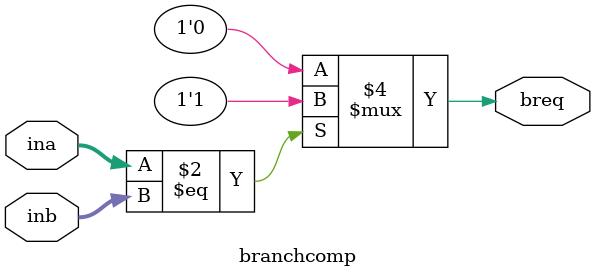
<source format=v>
`timescale 1ns / 1ps

module branchcomp(
    input [31:0] ina,
    input [31:0] inb,
    output reg breq
    );
	
	always @(*)
		if (ina == inb)
			begin
				breq = 1'b1;
			end
		else
			begin
				breq = 1'b0;
			end
endmodule

</source>
